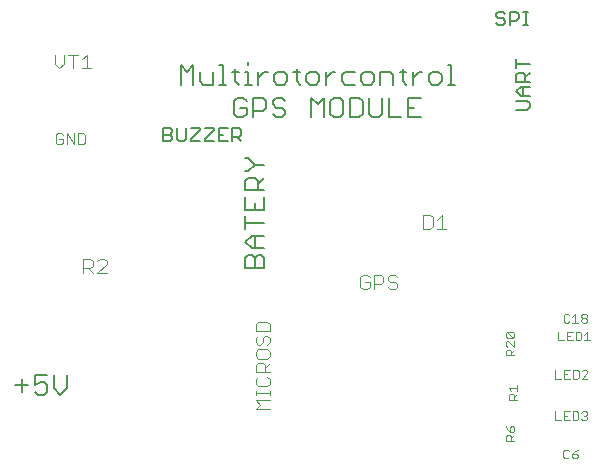
<source format=gto>
G75*
G70*
%OFA0B0*%
%FSLAX24Y24*%
%IPPOS*%
%LPD*%
%AMOC8*
5,1,8,0,0,1.08239X$1,22.5*
%
%ADD10C,0.0060*%
%ADD11C,0.0030*%
%ADD12C,0.0040*%
%ADD13C,0.0050*%
D10*
X001607Y005015D02*
X001501Y005122D01*
X001607Y005015D02*
X001821Y005015D01*
X001928Y005122D01*
X001928Y005335D01*
X001821Y005442D01*
X001714Y005442D01*
X001501Y005335D01*
X001501Y005656D01*
X001928Y005656D01*
X002145Y005656D02*
X002145Y005229D01*
X002359Y005015D01*
X002572Y005229D01*
X002572Y005656D01*
X001283Y005335D02*
X000856Y005335D01*
X001069Y005549D02*
X001069Y005122D01*
X008522Y009247D02*
X008522Y009568D01*
X008628Y009674D01*
X008735Y009674D01*
X008842Y009568D01*
X008842Y009247D01*
X009162Y009247D02*
X008522Y009247D01*
X008842Y009568D02*
X008949Y009674D01*
X009055Y009674D01*
X009162Y009568D01*
X009162Y009247D01*
X009162Y009892D02*
X008735Y009892D01*
X008522Y010105D01*
X008735Y010319D01*
X009162Y010319D01*
X008842Y010319D02*
X008842Y009892D01*
X008522Y010536D02*
X008522Y010963D01*
X008522Y010750D02*
X009162Y010750D01*
X009162Y011181D02*
X009162Y011608D01*
X009162Y011826D02*
X008522Y011826D01*
X008522Y012146D01*
X008628Y012253D01*
X008842Y012253D01*
X008949Y012146D01*
X008949Y011826D01*
X008949Y012039D02*
X009162Y012253D01*
X009162Y012684D02*
X008842Y012684D01*
X008628Y012897D01*
X008522Y012897D01*
X008842Y012684D02*
X008628Y012470D01*
X008522Y012470D01*
X008522Y011608D02*
X008522Y011181D01*
X009162Y011181D01*
X008842Y011181D02*
X008842Y011394D01*
X008784Y014267D02*
X008784Y014908D01*
X009104Y014908D01*
X009211Y014801D01*
X009211Y014587D01*
X009104Y014481D01*
X008784Y014481D01*
X008566Y014374D02*
X008566Y014587D01*
X008353Y014587D01*
X008566Y014374D02*
X008460Y014267D01*
X008246Y014267D01*
X008139Y014374D01*
X008139Y014801D01*
X008246Y014908D01*
X008460Y014908D01*
X008566Y014801D01*
X008516Y015350D02*
X008730Y015350D01*
X008623Y015350D02*
X008623Y015777D01*
X008516Y015777D01*
X008300Y015777D02*
X008087Y015777D01*
X008193Y015883D02*
X008193Y015456D01*
X008300Y015350D01*
X007870Y015350D02*
X007657Y015350D01*
X007764Y015350D02*
X007764Y015990D01*
X007657Y015990D01*
X007439Y015777D02*
X007439Y015350D01*
X007119Y015350D01*
X007012Y015456D01*
X007012Y015777D01*
X006795Y015990D02*
X006795Y015350D01*
X006368Y015350D02*
X006368Y015990D01*
X006581Y015777D01*
X006795Y015990D01*
X008623Y015990D02*
X008623Y016097D01*
X008946Y015777D02*
X008946Y015350D01*
X008946Y015563D02*
X009159Y015777D01*
X009266Y015777D01*
X009483Y015670D02*
X009483Y015456D01*
X009590Y015350D01*
X009803Y015350D01*
X009910Y015456D01*
X009910Y015670D01*
X009803Y015777D01*
X009590Y015777D01*
X009483Y015670D01*
X010128Y015777D02*
X010341Y015777D01*
X010234Y015883D02*
X010234Y015456D01*
X010341Y015350D01*
X010557Y015456D02*
X010557Y015670D01*
X010664Y015777D01*
X010878Y015777D01*
X010984Y015670D01*
X010984Y015456D01*
X010878Y015350D01*
X010664Y015350D01*
X010557Y015456D01*
X010718Y014908D02*
X010931Y014694D01*
X011145Y014908D01*
X011145Y014267D01*
X011362Y014374D02*
X011469Y014267D01*
X011682Y014267D01*
X011789Y014374D01*
X011789Y014801D01*
X011682Y014908D01*
X011469Y014908D01*
X011362Y014801D01*
X011362Y014374D01*
X010718Y014267D02*
X010718Y014908D01*
X011202Y015350D02*
X011202Y015777D01*
X011415Y015777D02*
X011202Y015563D01*
X011415Y015777D02*
X011522Y015777D01*
X011739Y015670D02*
X011739Y015456D01*
X011846Y015350D01*
X012166Y015350D01*
X012384Y015456D02*
X012384Y015670D01*
X012490Y015777D01*
X012704Y015777D01*
X012811Y015670D01*
X012811Y015456D01*
X012704Y015350D01*
X012490Y015350D01*
X012384Y015456D01*
X012166Y015777D02*
X011846Y015777D01*
X011739Y015670D01*
X012007Y014908D02*
X012327Y014908D01*
X012434Y014801D01*
X012434Y014374D01*
X012327Y014267D01*
X012007Y014267D01*
X012007Y014908D01*
X012651Y014908D02*
X012651Y014374D01*
X012758Y014267D01*
X012972Y014267D01*
X013078Y014374D01*
X013078Y014908D01*
X013296Y014908D02*
X013296Y014267D01*
X013723Y014267D01*
X013940Y014267D02*
X014367Y014267D01*
X014154Y014587D02*
X013940Y014587D01*
X013940Y014267D02*
X013940Y014908D01*
X014367Y014908D01*
X014102Y015350D02*
X014102Y015777D01*
X014102Y015563D02*
X014316Y015777D01*
X014423Y015777D01*
X014639Y015670D02*
X014639Y015456D01*
X014746Y015350D01*
X014960Y015350D01*
X015067Y015456D01*
X015067Y015670D01*
X014960Y015777D01*
X014746Y015777D01*
X014639Y015670D01*
X015284Y015990D02*
X015391Y015990D01*
X015391Y015350D01*
X015284Y015350D02*
X015498Y015350D01*
X013886Y015350D02*
X013779Y015456D01*
X013779Y015883D01*
X013673Y015777D02*
X013886Y015777D01*
X013455Y015670D02*
X013455Y015350D01*
X013455Y015670D02*
X013348Y015777D01*
X013028Y015777D01*
X013028Y015350D01*
X009856Y014801D02*
X009749Y014908D01*
X009535Y014908D01*
X009429Y014801D01*
X009429Y014694D01*
X009535Y014587D01*
X009749Y014587D01*
X009856Y014481D01*
X009856Y014374D01*
X009749Y014267D01*
X009535Y014267D01*
X009429Y014374D01*
D11*
X003180Y013668D02*
X003180Y013422D01*
X003118Y013360D01*
X002933Y013360D01*
X002933Y013730D01*
X003118Y013730D01*
X003180Y013668D01*
X002812Y013730D02*
X002812Y013360D01*
X002565Y013730D01*
X002565Y013360D01*
X002444Y013422D02*
X002444Y013545D01*
X002320Y013545D01*
X002197Y013422D02*
X002258Y013360D01*
X002382Y013360D01*
X002444Y013422D01*
X002444Y013668D02*
X002382Y013730D01*
X002258Y013730D01*
X002197Y013668D01*
X002197Y013422D01*
X017199Y007059D02*
X017247Y007107D01*
X017441Y006914D01*
X017489Y006962D01*
X017489Y007059D01*
X017441Y007107D01*
X017247Y007107D01*
X017199Y007059D02*
X017199Y006962D01*
X017247Y006914D01*
X017441Y006914D01*
X017489Y006812D02*
X017489Y006619D01*
X017295Y006812D01*
X017247Y006812D01*
X017199Y006764D01*
X017199Y006667D01*
X017247Y006619D01*
X017247Y006518D02*
X017344Y006518D01*
X017392Y006469D01*
X017392Y006324D01*
X017489Y006324D02*
X017199Y006324D01*
X017199Y006469D01*
X017247Y006518D01*
X017392Y006421D02*
X017489Y006518D01*
X017587Y005337D02*
X017587Y005143D01*
X017587Y005240D02*
X017297Y005240D01*
X017393Y005143D01*
X017345Y005042D02*
X017442Y005042D01*
X017490Y004994D01*
X017490Y004849D01*
X017490Y004945D02*
X017587Y005042D01*
X017587Y004849D02*
X017297Y004849D01*
X017297Y004994D01*
X017345Y005042D01*
X017393Y003959D02*
X017345Y003910D01*
X017345Y003765D01*
X017441Y003765D01*
X017490Y003814D01*
X017490Y003910D01*
X017441Y003959D01*
X017393Y003959D01*
X017248Y003862D02*
X017345Y003765D01*
X017345Y003664D02*
X017393Y003616D01*
X017393Y003471D01*
X017393Y003567D02*
X017490Y003664D01*
X017345Y003664D02*
X017248Y003664D01*
X017200Y003616D01*
X017200Y003471D01*
X017490Y003471D01*
X017248Y003862D02*
X017200Y003959D01*
X018844Y004168D02*
X019037Y004168D01*
X019138Y004168D02*
X019332Y004168D01*
X019433Y004168D02*
X019578Y004168D01*
X019627Y004216D01*
X019627Y004410D01*
X019578Y004458D01*
X019433Y004458D01*
X019433Y004168D01*
X019235Y004313D02*
X019138Y004313D01*
X019138Y004458D02*
X019138Y004168D01*
X019138Y004458D02*
X019332Y004458D01*
X019728Y004410D02*
X019776Y004458D01*
X019873Y004458D01*
X019921Y004410D01*
X019921Y004362D01*
X019873Y004313D01*
X019921Y004265D01*
X019921Y004216D01*
X019873Y004168D01*
X019776Y004168D01*
X019728Y004216D01*
X019824Y004313D02*
X019873Y004313D01*
X018844Y004458D02*
X018844Y004168D01*
X019171Y003184D02*
X019123Y003136D01*
X019123Y002942D01*
X019171Y002894D01*
X019268Y002894D01*
X019316Y002942D01*
X019417Y002942D02*
X019466Y002894D01*
X019562Y002894D01*
X019611Y002942D01*
X019611Y002990D01*
X019562Y003039D01*
X019417Y003039D01*
X019417Y002942D01*
X019417Y003039D02*
X019514Y003136D01*
X019611Y003184D01*
X019316Y003136D02*
X019268Y003184D01*
X019171Y003184D01*
X019142Y005547D02*
X019335Y005547D01*
X019437Y005547D02*
X019582Y005547D01*
X019630Y005595D01*
X019630Y005789D01*
X019582Y005837D01*
X019437Y005837D01*
X019437Y005547D01*
X019239Y005692D02*
X019142Y005692D01*
X019142Y005837D02*
X019142Y005547D01*
X019041Y005547D02*
X018847Y005547D01*
X018847Y005837D01*
X019142Y005837D02*
X019335Y005837D01*
X019731Y005789D02*
X019780Y005837D01*
X019876Y005837D01*
X019925Y005789D01*
X019925Y005740D01*
X019731Y005547D01*
X019925Y005547D01*
X019923Y006826D02*
X019923Y007116D01*
X019827Y007019D01*
X019726Y007067D02*
X019726Y006874D01*
X019677Y006826D01*
X019532Y006826D01*
X019532Y007116D01*
X019677Y007116D01*
X019726Y007067D01*
X019827Y006826D02*
X020020Y006826D01*
X019431Y006826D02*
X019237Y006826D01*
X019237Y007116D01*
X019431Y007116D01*
X019334Y006971D02*
X019237Y006971D01*
X019136Y006826D02*
X018943Y006826D01*
X018943Y007116D01*
X019177Y007421D02*
X019274Y007421D01*
X019322Y007469D01*
X019423Y007421D02*
X019617Y007421D01*
X019520Y007421D02*
X019520Y007711D01*
X019423Y007614D01*
X019322Y007663D02*
X019274Y007711D01*
X019177Y007711D01*
X019129Y007663D01*
X019129Y007469D01*
X019177Y007421D01*
X019718Y007469D02*
X019718Y007518D01*
X019766Y007566D01*
X019863Y007566D01*
X019911Y007518D01*
X019911Y007469D01*
X019863Y007421D01*
X019766Y007421D01*
X019718Y007469D01*
X019766Y007566D02*
X019718Y007614D01*
X019718Y007663D01*
X019766Y007711D01*
X019863Y007711D01*
X019911Y007663D01*
X019911Y007614D01*
X019863Y007566D01*
D12*
X015223Y010547D02*
X014916Y010547D01*
X015070Y010547D02*
X015070Y011008D01*
X014916Y010854D01*
X014763Y010931D02*
X014763Y010624D01*
X014686Y010547D01*
X014456Y010547D01*
X014456Y011008D01*
X014686Y011008D01*
X014763Y010931D01*
X013511Y009004D02*
X013358Y009004D01*
X013281Y008927D01*
X013281Y008850D01*
X013358Y008773D01*
X013511Y008773D01*
X013588Y008697D01*
X013588Y008620D01*
X013511Y008543D01*
X013358Y008543D01*
X013281Y008620D01*
X013128Y008773D02*
X013128Y008927D01*
X013051Y009004D01*
X012821Y009004D01*
X012821Y008543D01*
X012821Y008697D02*
X013051Y008697D01*
X013128Y008773D01*
X013511Y009004D02*
X013588Y008927D01*
X012667Y008927D02*
X012590Y009004D01*
X012437Y009004D01*
X012360Y008927D01*
X012360Y008620D01*
X012437Y008543D01*
X012590Y008543D01*
X012667Y008620D01*
X012667Y008773D01*
X012514Y008773D01*
X009330Y007371D02*
X009330Y007141D01*
X008870Y007141D01*
X008870Y007371D01*
X008947Y007448D01*
X009254Y007448D01*
X009330Y007371D01*
X009254Y006988D02*
X009330Y006911D01*
X009330Y006757D01*
X009254Y006681D01*
X009254Y006527D02*
X008947Y006527D01*
X008870Y006450D01*
X008870Y006297D01*
X008947Y006220D01*
X009254Y006220D01*
X009330Y006297D01*
X009330Y006450D01*
X009254Y006527D01*
X009100Y006757D02*
X009100Y006911D01*
X009177Y006988D01*
X009254Y006988D01*
X009100Y006757D02*
X009023Y006681D01*
X008947Y006681D01*
X008870Y006757D01*
X008870Y006911D01*
X008947Y006988D01*
X008947Y006067D02*
X009100Y006067D01*
X009177Y005990D01*
X009177Y005760D01*
X009330Y005760D02*
X008870Y005760D01*
X008870Y005990D01*
X008947Y006067D01*
X009177Y005913D02*
X009330Y006067D01*
X009254Y005606D02*
X009330Y005530D01*
X009330Y005376D01*
X009254Y005299D01*
X008947Y005299D01*
X008870Y005376D01*
X008870Y005530D01*
X008947Y005606D01*
X008870Y005146D02*
X008870Y004993D01*
X008870Y005069D02*
X009330Y005069D01*
X009330Y004993D02*
X009330Y005146D01*
X009330Y004839D02*
X008870Y004839D01*
X009023Y004686D01*
X008870Y004532D01*
X009330Y004532D01*
X003896Y009078D02*
X003589Y009078D01*
X003896Y009385D01*
X003896Y009462D01*
X003819Y009539D01*
X003665Y009539D01*
X003589Y009462D01*
X003435Y009462D02*
X003435Y009308D01*
X003358Y009232D01*
X003128Y009232D01*
X003282Y009232D02*
X003435Y009078D01*
X003128Y009078D02*
X003128Y009539D01*
X003358Y009539D01*
X003435Y009462D01*
X003393Y015894D02*
X003086Y015894D01*
X003239Y015894D02*
X003239Y016354D01*
X003086Y016201D01*
X002932Y016354D02*
X002625Y016354D01*
X002472Y016354D02*
X002472Y016047D01*
X002318Y015894D01*
X002165Y016047D01*
X002165Y016354D01*
X002779Y016354D02*
X002779Y015894D01*
D13*
X005792Y013910D02*
X005792Y013460D01*
X006018Y013460D01*
X006093Y013535D01*
X006093Y013610D01*
X006018Y013685D01*
X005792Y013685D01*
X005792Y013910D02*
X006018Y013910D01*
X006093Y013835D01*
X006093Y013760D01*
X006018Y013685D01*
X006253Y013535D02*
X006328Y013460D01*
X006478Y013460D01*
X006553Y013535D01*
X006553Y013910D01*
X006713Y013910D02*
X007013Y013910D01*
X007013Y013835D01*
X006713Y013535D01*
X006713Y013460D01*
X007013Y013460D01*
X007174Y013460D02*
X007474Y013460D01*
X007634Y013460D02*
X007934Y013460D01*
X008094Y013460D02*
X008094Y013910D01*
X008320Y013910D01*
X008395Y013835D01*
X008395Y013685D01*
X008320Y013610D01*
X008094Y013610D01*
X008245Y013610D02*
X008395Y013460D01*
X007934Y013910D02*
X007634Y013910D01*
X007634Y013460D01*
X007634Y013685D02*
X007784Y013685D01*
X007474Y013835D02*
X007174Y013535D01*
X007174Y013460D01*
X007174Y013910D02*
X007474Y013910D01*
X007474Y013835D01*
X006253Y013910D02*
X006253Y013535D01*
X016871Y017411D02*
X016946Y017336D01*
X017096Y017336D01*
X017171Y017411D01*
X017171Y017486D01*
X017096Y017561D01*
X016946Y017561D01*
X016871Y017636D01*
X016871Y017711D01*
X016946Y017786D01*
X017096Y017786D01*
X017171Y017711D01*
X017332Y017786D02*
X017557Y017786D01*
X017632Y017711D01*
X017632Y017561D01*
X017557Y017486D01*
X017332Y017486D01*
X017332Y017336D02*
X017332Y017786D01*
X017792Y017786D02*
X017942Y017786D01*
X017867Y017786D02*
X017867Y017336D01*
X017792Y017336D02*
X017942Y017336D01*
X017552Y016200D02*
X017552Y015900D01*
X017552Y016050D02*
X018002Y016050D01*
X018002Y015740D02*
X017852Y015590D01*
X017852Y015665D02*
X017852Y015440D01*
X018002Y015440D02*
X017552Y015440D01*
X017552Y015665D01*
X017627Y015740D01*
X017777Y015740D01*
X017852Y015665D01*
X017777Y015280D02*
X017777Y014979D01*
X017702Y014979D02*
X017552Y015130D01*
X017702Y015280D01*
X018002Y015280D01*
X018002Y014979D02*
X017702Y014979D01*
X017552Y014819D02*
X017927Y014819D01*
X018002Y014744D01*
X018002Y014594D01*
X017927Y014519D01*
X017552Y014519D01*
M02*

</source>
